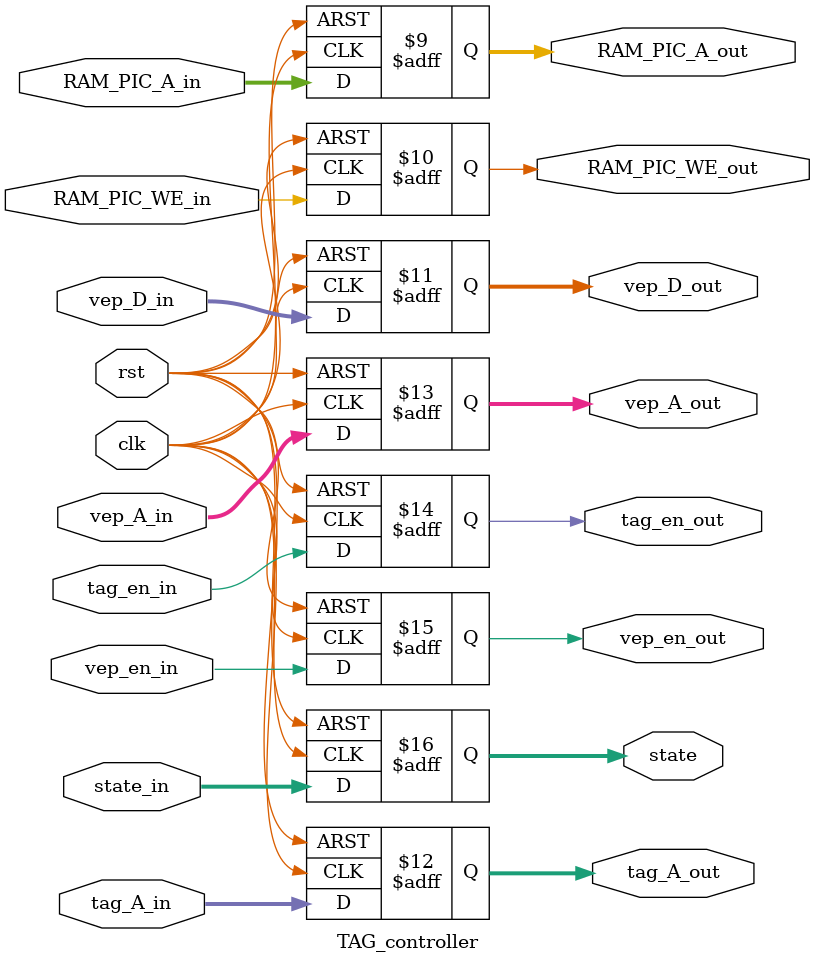
<source format=v>
module TAG_controller (
    input clk,
    input rst,         
    input [23:0] vep_D_in,
    input [5:0] vep_A_in,
	input vep_en_in,
    input tag_en_in,
    input [5:0] tag_A_in,
    input RAM_PIC_WE_in,
    input [17:0] RAM_PIC_A_in,
    input [1:0] state_in,
	output reg [1:0] state,
    output reg tag_en_out,
    output reg [5:0] tag_A_out,
	output reg vep_en_out,
    output reg [23:0]vep_D_out,
    output reg [5:0] vep_A_out,
    output reg RAM_PIC_WE_out,
    output reg [17:0] RAM_PIC_A_out
);

    always @(posedge clk or posedge rst) begin
        if (rst)
            state <=2'b00;
        else 
            state <= state_in;   
    end
	
	always @(posedge clk or posedge rst) begin
        if (rst)begin
            vep_en_out <=  1'b0;
        end
        else begin
            vep_en_out <= vep_en_in;
        end    
    end
	
	always @(posedge clk or posedge rst) begin
        if (rst)begin
            tag_en_out <= 1'b0;
        end
        else begin
            tag_en_out <=tag_en_in;
        end    
    end
	
	always @(posedge clk or posedge rst) begin
        if (rst)begin
            vep_A_out <= 6'd0;
        end
        else begin
            vep_A_out <= vep_A_in;
        end    
    end
	
	always @(posedge clk or posedge rst) begin
        if (rst)begin
            tag_A_out <= 6'd0;
        end
        else begin
            tag_A_out <= tag_A_in;
        end    
    end
	
	always @(posedge clk or posedge rst) begin
        if (rst)begin
            vep_D_out <= 24'd0;
        end
        else begin
            vep_D_out <= vep_D_in;
        end    
    end
	
	always @(posedge clk or posedge rst) begin
        if (rst)begin
            RAM_PIC_WE_out <= 1'b0;
        end
        else begin
            RAM_PIC_WE_out <= RAM_PIC_WE_in;
        end    
    end
	
	always @(posedge clk or posedge rst) begin
        if (rst)
            RAM_PIC_A_out <= 18'd0;
        else
            RAM_PIC_A_out <= RAM_PIC_A_in;    
    end
	

endmodule

</source>
